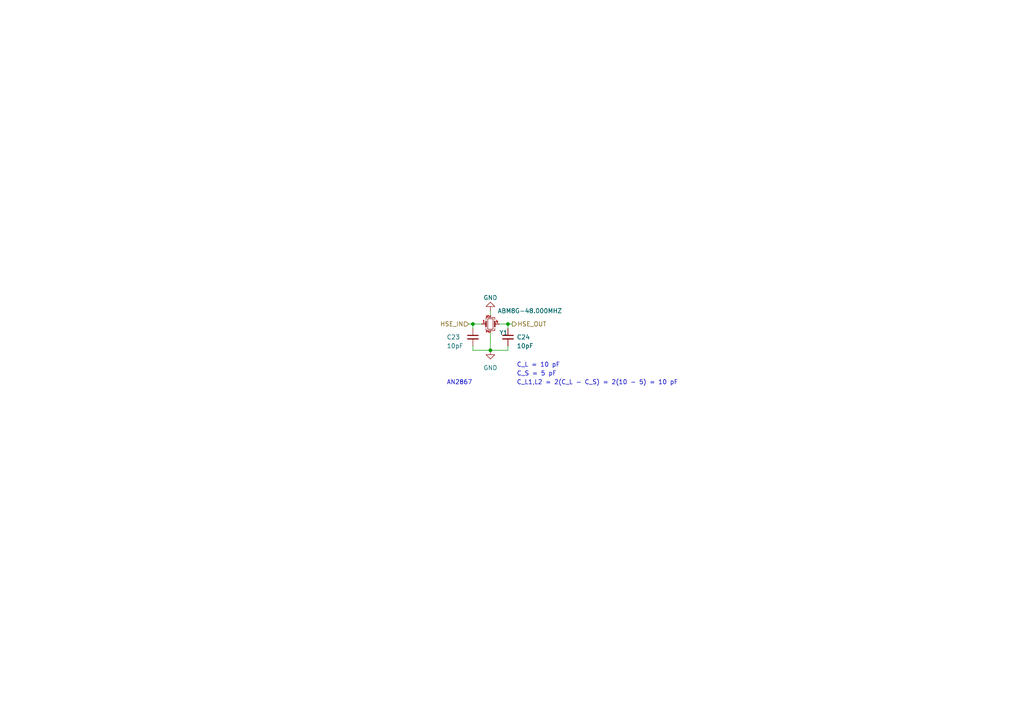
<source format=kicad_sch>
(kicad_sch (version 20230121) (generator eeschema)
  (paper "A4")
  (title_block (title "Oscillator") (date "2023-03-11") (rev "${REVISION}") (company "Author: Szymon Kostrubiec") (comment 1 "Reviewer:"))
  (lib_symbols
    (symbol "Device:C_Small" (pin_numbers hide) (pin_names (offset 0.254) hide)
      (property "Reference" "C" (at 0.254 1.778 0))
      (property "Value" "C_Small" (at 0.254 -2.032 0))
      (symbol "C_Small_0_1"
        (polyline (pts (xy -1.524 -0.508) (xy 1.524 -0.508)) (stroke (width 0.3302)))
        (polyline (pts (xy -1.524 0.508) (xy 1.524 0.508)) (stroke (width 0.3048)))
      )
      (symbol "C_Small_1_1"
        (pin passive line (at 0 2.54 270) (length 2.032) (name "~") (number "1"))
        (pin passive line (at 0 -2.54 90) (length 2.032) (name "~") (number "2"))
      )
    )
    (symbol "Device:Crystal_GND23_Small" (pin_names (offset 1.016) hide)
      (property "Reference" "Y" (at 1.27 4.445 0))
      (property "Value" "Crystal_GND23_Small" (at 1.27 2.54 0))
      (symbol "Crystal_GND23_Small_0_1"
        (rectangle (start -0.762 -1.524) (end 0.762 1.524))
        (polyline (pts (xy -1.27 -0.762) (xy -1.27 0.762)) (stroke (width 0.381)))
        (polyline (pts (xy 1.27 -0.762) (xy 1.27 0.762)) (stroke (width 0.381)))
        (polyline (pts (xy -1.27 -1.27) (xy -1.27 -1.905) (xy 1.27 -1.905) (xy 1.27 -1.27)))
        (polyline (pts (xy -1.27 1.27) (xy -1.27 1.905) (xy 1.27 1.905) (xy 1.27 1.27)))
      )
      (symbol "Crystal_GND23_Small_1_1"
        (pin passive line (at -2.54 0 0) (length 1.27) (name "1") (number "1"))
        (pin passive line (at 0 -2.54 90) (length 0.635) (name "2") (number "2"))
        (pin passive line (at 0 2.54 270) (length 0.635) (name "3") (number "3"))
        (pin passive line (at 2.54 0 180) (length 1.27) (name "4") (number "4"))
      )
    )
    (symbol "power:GND" (power) (pin_names (offset 0))
      (property "Value" "GND" (at 0 -3.81 0))
      (symbol "GND_0_1"
        (polyline (pts (xy 0 0) (xy 0 -1.27) (xy 1.27 -1.27) (xy 0 -2.54) (xy -1.27 -1.27) (xy 0 -1.27)))
      )
      (symbol "GND_1_1"
        (pin power_in line (at 0 0 270) (length 0) hide (name "GND") (number "1"))
      )
    )
  )
  (junction (at 142.24 101.6))
  (junction (at 137.16 93.98))
  (junction (at 147.32 93.98))
  (wire (pts (xy 137.16 101.6) (xy 142.24 101.6)))
  (wire (pts (xy 142.24 90.17) (xy 142.24 91.44)))
  (wire (pts (xy 135.89 93.98) (xy 137.16 93.98)))
  (wire (pts (xy 142.24 96.52) (xy 142.24 101.6)))
  (wire (pts (xy 137.16 93.98) (xy 139.7 93.98)))
  (wire (pts (xy 137.16 100.33) (xy 137.16 101.6)))
  (wire (pts (xy 147.32 93.98) (xy 147.32 95.25)))
  (wire (pts (xy 147.32 100.33) (xy 147.32 101.6)))
  (wire (pts (xy 137.16 93.98) (xy 137.16 95.25)))
  (wire (pts (xy 147.32 101.6) (xy 142.24 101.6)))
  (wire (pts (xy 147.32 93.98) (xy 148.59 93.98)))
  (wire (pts (xy 144.78 93.98) (xy 147.32 93.98)))
  (text "C_L = 10 pF" (at 149.86 106.68 0) (effects (font (size 1.27 1.27)) (justify left bottom)))
  (text "C_S = 5 pF" (at 149.86 109.22 0) (effects (font (size 1.27 1.27)) (justify left bottom)))
  (text "C_L1,L2 = 2(C_L - C_S) = 2(10 - 5) = 10 pF" (at 149.86 111.76 0) (effects (font (size 1.27 1.27)) (justify left bottom)))
  (text "AN2867" (at 129.54 111.76 0) (effects (font (size 1.27 1.27)) (justify left bottom)))
  (hierarchical_label "HSE_IN" (shape input) (at 135.89 93.98 180))
  (hierarchical_label "HSE_OUT" (shape output) (at 148.59 93.98 0))
  (symbol (lib_id "Device:C_Small") (at 147.32 97.79 0) (unit 1)
    (property "Reference" "C24" (at 149.86 97.79 0) (effects (justify left)))
    (property "Value" "10pF" (at 149.86 100.33 0) (effects (justify left)))
  )
  (symbol (lib_id "power:GND") (at 142.24 101.6 0) (unit 1)
    (property "Reference" "#PWR069" (effects hide))
    (property "Value" "GND" (at 142.24 106.68 0))
  )
  (symbol (lib_id "Device:Crystal_GND23_Small") (at 142.24 93.98 0) (unit 1)
    (property "Reference" "Y1" (at 146.05 96.52 0))
    (property "Value" "ABM8G-48.000MHZ" (at 153.67 90.17 0))
    (property "Datasheet" "https://www.mouser.pl/ProductDetail/ABRACON/ABM8G-48.000MHZ-B4Y-T?qs=3LVMET7lfiMdaGoXTgMQvQ%3D%3D" (effects hide))
  )
  (symbol (lib_id "Device:C_Small") (at 137.16 97.79 0) (unit 1)
    (property "Reference" "C23" (at 129.54 97.79 0) (effects (justify left)))
    (property "Value" "10pF" (at 129.54 100.33 0) (effects (justify left)))
  )
  (symbol (lib_id "power:GND") (at 142.24 90.17 180) (unit 1)
    (property "Reference" "#PWR068" (effects hide))
    (property "Value" "GND" (at 142.24 86.36 0))
  )
)
</source>
